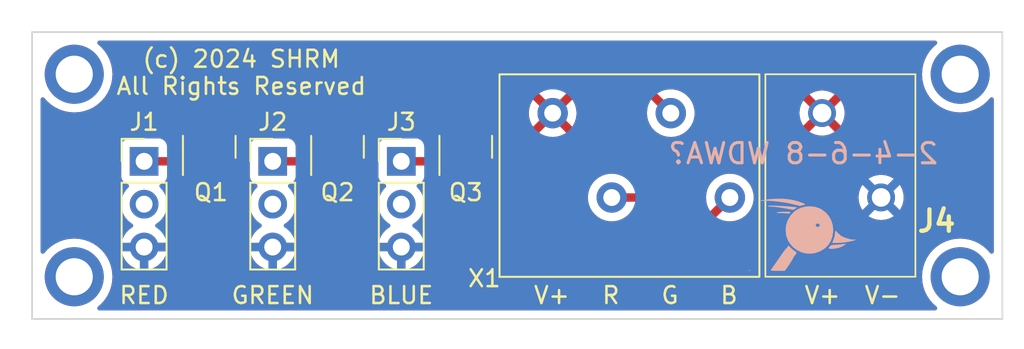
<source format=kicad_pcb>
(kicad_pcb (version 20211014) (generator pcbnew)
  (layers (0 "F.Cu" signal) (31 "B.Cu" signal) (34 "B.Paste" user) (35 "F.Paste" user) (36 "B.SilkS" user "B.Silkscreen") (37 "F.SilkS" user "F.Silkscreen") (38 "B.Mask" user) (39 "F.Mask" user) (44 "Edge.Cuts" user))
  (net 0 "")
  (net 1 "/RED")
  (net 2 "GND")
  (net 3 "/GREEN")
  (net 4 "/BLUE")
  (net 5 "+BATT")
  (net 6 "/RED_LED_A")
  (net 7 "/GREEN_LED_A")
  (net 8 "/BLUE_LED_A")
  (footprint "Appreciate:WAGO 250-204" (layer "F.Cu") (at 126.65 80.505)
    (fp_text reference "X1" (at -2.35 0.095 unlocked) (layer "F.SilkS"))
    (fp_text value "WAGO_250-204" hide)
    (fp_rect (start -1.45 0) (end 13.95 -12) (layer "F.SilkS") (width 0.12) (fill none))
    (pad "1" thru_hole circle (at 1.7 -9.7) (size 1.8 1.8) (drill 1) (layers *.Cu *.Mask) (net 5 "+BATT"))
    (pad "2" thru_hole circle (at 5.2 -4.7) (size 1.8 1.8) (drill 1) (layers *.Cu *.Mask) (net 6 "/RED_LED_A"))
    (pad "3" thru_hole circle (at 8.7 -9.7) (size 1.8 1.8) (drill 1) (layers *.Cu *.Mask) (net 7 "/GREEN_LED_A"))
    (pad "4" thru_hole circle (at 12.2 -4.7) (size 1.8 1.8) (drill 1) (layers *.Cu *.Mask) (net 8 "/BLUE_LED_A"))
  )
  (footprint "MountingHole:MountingHole_2.2mm_M2_ISO7380_Pad" (layer "F.Cu") (at 152.5 80.5)
    (fp_text reference "H3" hide)
    (fp_text value "MountingHole_Pad" hide)
    (pad "1" thru_hole circle (at 0 0) (size 3.5 3.5) (drill 2.2) (layers *.Cu *.Mask))
  )
  (footprint "Connector_PinHeader_2.54mm:PinHeader_1x03_P2.54mm_Vertical" (layer "F.Cu") (at 104.14 73.66)
    (fp_text reference "J1" (at 0 -2.33) (layer "F.SilkS"))
    (fp_text value "Conn_01x03" hide)
    (fp_line (start -1.33 1.27) (end 1.33 1.27) (layer "F.SilkS") (width 0.12))
    (fp_line (start -1.33 -1.33) (end 0 -1.33) (layer "F.SilkS") (width 0.12))
    (fp_line (start -1.33 6.41) (end 1.33 6.41) (layer "F.SilkS") (width 0.12))
    (fp_line (start -1.33 1.27) (end -1.33 6.41) (layer "F.SilkS") (width 0.12))
    (fp_line (start 1.33 1.27) (end 1.33 6.41) (layer "F.SilkS") (width 0.12))
    (fp_line (start -1.33 0) (end -1.33 -1.33) (layer "F.SilkS") (width 0.12))
    (pad "1" thru_hole rect (at 0 0) (size 1.7 1.7) (drill 1) (layers *.Cu *.Mask) (net 1 "/RED"))
    (pad "2" thru_hole oval (at 0 2.54) (size 1.7 1.7) (drill 1) (layers *.Cu *.Mask))
    (pad "3" thru_hole oval (at 0 5.08) (size 1.7 1.7) (drill 1) (layers *.Cu *.Mask) (net 2 "GND"))
  )
  (footprint "Connector_PinHeader_2.54mm:PinHeader_1x03_P2.54mm_Vertical" (layer "F.Cu") (at 111.76 73.66)
    (fp_text reference "J2" (at 0 -2.33) (layer "F.SilkS"))
    (fp_text value "Conn_01x03" hide)
    (fp_line (start 1.33 1.27) (end 1.33 6.41) (layer "F.SilkS") (width 0.12))
    (fp_line (start -1.33 0) (end -1.33 -1.33) (layer "F.SilkS") (width 0.12))
    (fp_line (start -1.33 6.41) (end 1.33 6.41) (layer "F.SilkS") (width 0.12))
    (fp_line (start -1.33 1.27) (end 1.33 1.27) (layer "F.SilkS") (width 0.12))
    (fp_line (start -1.33 1.27) (end -1.33 6.41) (layer "F.SilkS") (width 0.12))
    (fp_line (start -1.33 -1.33) (end 0 -1.33) (layer "F.SilkS") (width 0.12))
    (pad "1" thru_hole rect (at 0 0) (size 1.7 1.7) (drill 1) (layers *.Cu *.Mask) (net 3 "/GREEN"))
    (pad "2" thru_hole oval (at 0 2.54) (size 1.7 1.7) (drill 1) (layers *.Cu *.Mask))
    (pad "3" thru_hole oval (at 0 5.08) (size 1.7 1.7) (drill 1) (layers *.Cu *.Mask) (net 2 "GND"))
  )
  (footprint "Connector_PinHeader_2.54mm:PinHeader_1x03_P2.54mm_Vertical" (layer "F.Cu") (at 119.38 73.66)
    (fp_text reference "J3" (at 0 -2.33) (layer "F.SilkS"))
    (fp_text value "Conn_01x03" hide)
    (fp_line (start -1.33 -1.33) (end 0 -1.33) (layer "F.SilkS") (width 0.12))
    (fp_line (start -1.33 0) (end -1.33 -1.33) (layer "F.SilkS") (width 0.12))
    (fp_line (start 1.33 1.27) (end 1.33 6.41) (layer "F.SilkS") (width 0.12))
    (fp_line (start -1.33 6.41) (end 1.33 6.41) (layer "F.SilkS") (width 0.12))
    (fp_line (start -1.33 1.27) (end -1.33 6.41) (layer "F.SilkS") (width 0.12))
    (fp_line (start -1.33 1.27) (end 1.33 1.27) (layer "F.SilkS") (width 0.12))
    (pad "1" thru_hole rect (at 0 0) (size 1.7 1.7) (drill 1) (layers *.Cu *.Mask) (net 4 "/BLUE"))
    (pad "2" thru_hole oval (at 0 2.54) (size 1.7 1.7) (drill 1) (layers *.Cu *.Mask))
    (pad "3" thru_hole oval (at 0 5.08) (size 1.7 1.7) (drill 1) (layers *.Cu *.Mask) (net 2 "GND"))
  )
  (footprint "Appreciate:250202" (layer "F.Cu") (at 147.813 75.8 180)
    (fp_text reference "J4" (at -3.287 -1.4) (layer "F.SilkS") (effects (font (size 1.27 1.27) (thickness 0.254))))
    (fp_text value "250-202" hide)
    (fp_line (start 6.858 7.3) (end 6.858 -4.7) (layer "F.SilkS") (width 0.1))
    (fp_line (start -2.032 7.3) (end 6.858 7.3) (layer "F.SilkS") (width 0.1))
    (fp_line (start -2.032 -4.7) (end -2.032 7.3) (layer "F.SilkS") (width 0.1))
    (fp_line (start 6.858 -4.7) (end -2.032 -4.7) (layer "F.SilkS") (width 0.1))
    (pad "1" thru_hole circle (at 3.5 5 180) (size 1.65 1.65) (drill 1.1) (layers *.Cu *.Mask) (net 5 "+BATT"))
    (pad "2" thru_hole circle (at 0 0 180) (size 1.65 1.65) (drill 1.1) (layers *.Cu *.Mask) (net 2 "GND"))
  )
  (footprint "MountingHole:MountingHole_2.2mm_M2_ISO7380_Pad" (layer "F.Cu") (at 152.5 68.5)
    (fp_text reference "H4" hide)
    (fp_text value "MountingHole_Pad" hide)
    (pad "1" thru_hole circle (at 0 0) (size 3.5 3.5) (drill 2.2) (layers *.Cu *.Mask))
  )
  (footprint "Package_TO_SOT_SMD:SOT-23" (layer "F.Cu") (at 123.2 72.8 90)
    (fp_text reference "Q3" (at -2.7 0 180) (layer "F.SilkS"))
    (fp_text value "2N7002E" hide)
    (fp_line (start 0 1.56) (end -0.65 1.56) (layer "F.SilkS") (width 0.12))
    (fp_line (start 0 -1.56) (end 0.65 -1.56) (layer "F.SilkS") (width 0.12))
    (fp_line (start 0 1.56) (end 0.65 1.56) (layer "F.SilkS") (width 0.12))
    (fp_line (start 0 -1.56) (end -1.675 -1.56) (layer "F.SilkS") (width 0.12))
    (pad "1" smd roundrect (at -0.9375 -0.95 90) (size 1.475 0.6) (layers "F.Cu" "F.Paste" "F.Mask") (net 4 "/BLUE"))
    (pad "2" smd roundrect (at -0.9375 0.95 90) (size 1.475 0.6) (layers "F.Cu" "F.Paste" "F.Mask") (net 2 "GND"))
    (pad "3" smd roundrect (at 0.9375 0 90) (size 1.475 0.6) (layers "F.Cu" "F.Paste" "F.Mask") (net 8 "/BLUE_LED_A"))
  )
  (footprint "MountingHole:MountingHole_2.2mm_M2_ISO7380_Pad" (layer "F.Cu") (at 100 68.5)
    (fp_text reference "H1" hide)
    (fp_text value "MountingHole_Pad" hide)
    (pad "1" thru_hole circle (at 0 0) (size 3.5 3.5) (drill 2.2) (layers *.Cu *.Mask))
  )
  (footprint "Package_TO_SOT_SMD:SOT-23" (layer "F.Cu") (at 115.6 72.8 90)
    (fp_text reference "Q2" (at -2.7 0 180) (layer "F.SilkS"))
    (fp_text value "2N7002E" hide)
    (fp_line (start 0 -1.56) (end -1.675 -1.56) (layer "F.SilkS") (width 0.12))
    (fp_line (start 0 1.56) (end -0.65 1.56) (layer "F.SilkS") (width 0.12))
    (fp_line (start 0 -1.56) (end 0.65 -1.56) (layer "F.SilkS") (width 0.12))
    (fp_line (start 0 1.56) (end 0.65 1.56) (layer "F.SilkS") (width 0.12))
    (pad "1" smd roundrect (at -0.9375 -0.95 90) (size 1.475 0.6) (layers "F.Cu" "F.Paste" "F.Mask") (net 3 "/GREEN"))
    (pad "2" smd roundrect (at -0.9375 0.95 90) (size 1.475 0.6) (layers "F.Cu" "F.Paste" "F.Mask") (net 2 "GND"))
    (pad "3" smd roundrect (at 0.9375 0 90) (size 1.475 0.6) (layers "F.Cu" "F.Paste" "F.Mask") (net 7 "/GREEN_LED_A"))
  )
  (footprint "MountingHole:MountingHole_2.2mm_M2_ISO7380_Pad" (layer "F.Cu") (at 100 80.5)
    (fp_text reference "H2" hide)
    (fp_text value "MountingHole_Pad" hide)
    (pad "1" thru_hole circle (at 0 0) (size 3.5 3.5) (drill 2.2) (layers *.Cu *.Mask))
  )
  (footprint "Package_TO_SOT_SMD:SOT-23" (layer "F.Cu") (at 108 72.8 90)
    (fp_text reference "Q1" (at -2.7 0.1 180) (layer "F.SilkS"))
    (fp_text value "2N7002E" hide)
    (fp_line (start 0 1.56) (end -0.65 1.56) (layer "F.SilkS") (width 0.12))
    (fp_line (start 0 -1.56) (end -1.675 -1.56) (layer "F.SilkS") (width 0.12))
    (fp_line (start 0 1.56) (end 0.65 1.56) (layer "F.SilkS") (width 0.12))
    (fp_line (start 0 -1.56) (end 0.65 -1.56) (layer "F.SilkS") (width 0.12))
    (pad "1" smd roundrect (at -0.9375 -0.95 90) (size 1.475 0.6) (layers "F.Cu" "F.Paste" "F.Mask") (net 1 "/RED"))
    (pad "2" smd roundrect (at -0.9375 0.95 90) (size 1.475 0.6) (layers "F.Cu" "F.Paste" "F.Mask") (net 2 "GND"))
    (pad "3" smd roundrect (at 0.9375 0 90) (size 1.475 0.6) (layers "F.Cu" "F.Paste" "F.Mask") (net 6 "/RED_LED_A"))
  )
  (footprint "LOGO" (layer "B.Cu") (at 143.2 77.9 180)
    (fp_text reference "G***" hide)
    (fp_text value "LOGO" hide)
    (fp_poly (pts (xy 1.913529 1.612956) (xy 2.027994 1.608028) (xy 2.095237 1.598176) (xy 2.10874 1.585518) (xy 2.068515 1.567943) (xy 1.985846 1.556428) (xy 1.915173 1.553808) (xy 1.783659 1.547239) (xy 1.603859 1.528767) (xy 1.389396 1.500244) (xy 1.153894 1.463519) (xy 0.910978 1.420444) (xy 0.855456 1.409827) (xy 0.721232 1.384099) (xy 0.633459 1.370926) (xy 0.576174 1.371583) (xy 0.533419 1.387349) (xy 0.489233 1.419501) (xy 0.462668 1.44126) (xy 0.370405 1.516694) (xy 0.510234 1.533172) (xy 0.715192 1.554849) (xy 0.932945 1.573567) (xy 1.154917 1.589047) (xy 1.372535 1.601006) (xy 1.577225 1.609165) (xy 1.760414 1.613242)) (layer "B.SilkS") (width 0) (fill solid))
    (fp_poly (pts (xy -2.457553 -0.652201) (xy -2.387091 -0.663295) (xy -2.270955 -0.675428) (xy -2.126832 -0.68694) (xy -2.009205 -0.694266) (xy -1.853049 -0.703776) (xy -1.746381 -0.71433) (xy -1.675307 -0.729251) (xy -1.625933 -0.75186) (xy -1.584368 -0.785478) (xy -1.570379 -0.799171) (xy -1.520224 -0.86201) (xy -1.502998 -0.910599) (xy -1.505305 -0.918085) (xy -1.54761 -0.936206) (xy -1.634964 -0.945402) (xy -1.74955 -0.945105) (xy -1.87355 -0.93475) (xy -1.902621 -0.930722) (xy -2.078791 -0.892148) (xy -2.246978 -0.834097) (xy -2.385556 -0.764848) (xy -2.442371 -0.724087) (xy -2.552684 -0.629352)) (layer "B.SilkS") (width 0) (fill solid))
    (fp_poly (pts (xy 1.173233 1.252933) (xy 1.31073 1.247596) (xy 1.431621 1.238651) (xy 1.519947 1.226466) (xy 1.558521 1.212921) (xy 1.569023 1.190641) (xy 1.538199 1.178305) (xy 1.456856 1.173453) (xy 1.409526 1.173058) (xy 1.269146 1.169573) (xy 1.109184 1.160852) (xy 1.011253 1.153033) (xy 0.880632 1.145606) (xy 0.804317 1.15397) (xy 0.778178 1.171223) (xy 0.76954 1.218598) (xy 0.776355 1.230886) (xy 0.820691 1.243641) (xy 0.912254 1.251322) (xy 1.035088 1.254298)) (layer "B.SilkS") (width 0) (fill solid))
    (fp_poly (pts (xy -0.174329 1.565625) (xy 0.092865 1.505977) (xy 0.338788 1.400343) (xy 0.550834 1.250438) (xy 0.560158 1.241962) (xy 0.769832 1.009562) (xy 0.92166 0.753375) (xy 1.014415 0.477375) (xy 1.046871 0.185536) (xy 1.017802 -0.118168) (xy 1.002047 -0.190262) (xy 0.908848 -0.447122) (xy 0.764851 -0.676312) (xy 0.578424 -0.872996) (xy 0.357936 -1.032337) (xy 0.111758 -1.149496) (xy -0.151741 -1.219637) (xy -0.424193 -1.237923) (xy -0.697227 -1.199516) (xy -0.729338 -1.19095) (xy -1.024576 -1.07954) (xy -1.273816 -0.925399) (xy -1.475151 -0.73102) (xy -1.626672 -0.498897) (xy -1.726471 -0.231521) (xy -1.772638 0.068613) (xy -1.77578 0.176069) (xy -1.745777 0.469817) (xy -1.742358 0.480644) (xy -0.972056 0.480644) (xy -0.965159 0.416207) (xy -0.953516 0.399037) (xy -0.893254 0.356969) (xy -0.856179 0.348814) (xy -0.790577 0.371688) (xy -0.758842 0.399037) (xy -0.737006 0.463426) (xy -0.765568 0.521108) (xy -0.832697 0.553139) (xy -0.856179 0.554931) (xy -0.931786 0.533202) (xy -0.972056 0.480644) (xy -1.742358 0.480644) (xy -1.658908 0.744942) (xy -1.519881 0.993923) (xy -1.333405 1.209237) (xy -1.104187 1.383361) (xy -0.977475 1.451471) (xy -0.722106 1.54009) (xy -0.450188 1.577569)) (layer "B.SilkS") (width 0) (fill solid))
    (fp_poly (pts (xy 1.627634 2.02484) (xy 1.949354 2.004754) (xy 2.228638 1.968782) (xy 2.36816 1.944348) (xy 2.482738 1.922503) (xy 2.559029 1.905904) (xy 2.583677 1.898054) (xy 2.561392 1.893352) (xy 2.490418 1.893076) (xy 2.385332 1.897221) (xy 2.368648 1.898158) (xy 2.126491 1.901289) (xy 1.840713 1.886985) (xy 1.528084 1.857171) (xy 1.205376 1.813773) (xy 0.889361 1.758717) (xy 0.602497 1.695351) (xy 0.488544 1.667613) (xy 0.386995 1.644032) (xy 0.343833 1.634676) (xy 0.264235 1.615959) (xy 0.216991 1.601841) (xy 0.155679 1.603951) (xy 0.126842 1.617076) (xy 0.059482 1.640975) (xy -0.006056 1.648453) (xy -0.085112 1.656603) (xy -0.108825 1.678049) (xy -0.083236 1.710144) (xy -0.014384 1.750238) (xy 0.09169 1.795684) (xy 0.228945 1.843833) (xy 0.391341 1.892037) (xy 0.572838 1.937646) (xy 0.729003 1.970734) (xy 0.996295 2.007858) (xy 1.302893 2.025884)) (layer "B.SilkS") (width 0) (fill solid))
    (fp_poly (pts (xy 0.88727 -0.753121) (xy 0.908075 -0.804896) (xy 0.943384 -0.850559) (xy 1.029779 -0.944312) (xy 1.114021 -1.044918) (xy 1.204288 -1.163249) (xy 1.30876 -1.310174) (xy 1.435617 -1.496563) (xy 1.484506 -1.569663) (xy 1.58425 -1.717382) (xy 1.673212 -1.845563) (xy 1.744981 -1.945253) (xy 1.793145 -2.007493) (xy 1.809833 -2.024178) (xy 1.83729 -2.060575) (xy 1.839201 -2.075789) (xy 1.861461 -2.12897) (xy 1.886767 -2.156305) (xy 1.92663 -2.20208) (xy 1.934333 -2.223608) (xy 1.90457 -2.233803) (xy 1.823057 -2.242178) (xy 1.701453 -2.247988) (xy 1.551418 -2.250484) (xy 1.51417 -2.250512) (xy 1.094008 -2.249587) (xy 0.951311 -2.054533) (xy 0.880561 -1.956296) (xy 0.824738 -1.875959) (xy 0.794465 -1.828861) (xy 0.792759 -1.825557) (xy 0.767178 -1.780665) (xy 0.719805 -1.704357) (xy 0.689701 -1.657497) (xy 0.639685 -1.577327) (xy 0.608141 -1.520543) (xy 0.602497 -1.505589) (xy 0.585915 -1.471465) (xy 0.546065 -1.408532) (xy 0.497788 -1.338676) (xy 0.455929 -1.283778) (xy 0.441632 -1.268415) (xy 0.416051 -1.227929) (xy 0.403751 -1.19905) (xy 0.407925 -1.154888) (xy 0.458598 -1.105243) (xy 0.522017 -1.06468) (xy 0.6266 -0.989783) (xy 0.732759 -0.89313) (xy 0.773323 -0.848651) (xy 0.834204 -0.782378) (xy 0.875588 -0.749448)) (layer "B.SilkS") (width 0) (fill solid))
    (fp_poly (pts (xy -1.906157 0.098666) (xy -1.885249 0.028186) (xy -1.87277 -0.063709) (xy -1.871344 -0.101983) (xy -1.858463 -0.192614) (xy -1.828031 -0.290934) (xy -1.827487 -0.292245) (xy -1.785926 -0.399236) (xy -1.750966 -0.499438) (xy -1.717868 -0.602497) (xy -2.008434 -0.598086) (xy -2.176494 -0.591105) (xy -2.356311 -0.576657) (xy -2.513431 -0.557623) (xy -2.536829 -0.553901) (xy -2.729325 -0.518702) (xy -2.890939 -0.483219) (xy -3.013264 -0.449697) (xy -3.087896 -0.420384) (xy -3.107615 -0.401338) (xy -3.084404 -0.386211) (xy -3.062099 -0.391205) (xy -2.979933 -0.40082) (xy -2.859948 -0.387959) (xy -2.716752 -0.357283) (xy -2.564952 -0.31345) (xy -2.419157 -0.26112) (xy -2.293974 -0.204953) (xy -2.204013 -0.149606) (xy -2.165572 -0.105254) (xy -2.129058 -0.066853) (xy -2.113274 -0.06333) (xy -2.073096 -0.039155) (xy -2.021648 0.02008) (xy -2.013608 0.03171) (xy -1.966747 0.09437) (xy -1.933387 0.125873) (xy -1.930102 0.12675)) (layer "B.SilkS") (width 0) (fill solid))
    (fp_poly (pts (xy 3.234457 -2.220721) (xy 3.208758 -2.247976) (xy 3.186892 -2.251436) (xy 3.144584 -2.244651) (xy 3.139326 -2.238973) (xy 3.164122 -2.218526) (xy 3.186892 -2.208258) (xy 3.227724 -2.207599)) (layer "B.SilkS") (width 0) (fill solid))
  )
  (gr_rect (start 155 83) (end 97.5 66) (layer "Edge.Cuts") (width 0.1) (fill none))
  (gr_text "2-4-6-8 WDWA?" (at 143.2 73.2) (layer "B.SilkS") (effects (font (size 1.2 1.2) (thickness 0.18)) (justify mirror)))
  (gr_text "G" (at 135.3 81.6) (layer "F.SilkS") (effects (font (size 1 1))))
  (gr_text "GREEN" (at 111.76 81.6) (layer "F.SilkS") (effects (font (size 1 1))))
  (gr_text "R" (at 131.8 81.6) (layer "F.SilkS") (effects (font (size 1 1))))
  (gr_text "RED" (at 104.14 81.6) (layer "F.SilkS") (effects (font (size 1 1))))
  (gr_text "V-" (at 147.9 81.6) (layer "F.SilkS") (effects (font (size 1 1))))
  (gr_text "(c) 2024 SHRM\nAll Rights Reserved" (at 109.9 68.4) (layer "F.SilkS") (effects (font (size 1 1))))
  (gr_text "V+" (at 144.3392 81.6) (layer "F.SilkS") (effects (font (size 1 1))))
  (gr_text "V+" (at 128.3 81.6) (layer "F.SilkS") (effects (font (size 1 1))))
  (gr_text "B" (at 138.8 81.6) (layer "F.SilkS") (effects (font (size 1 1))))
  (gr_text "BLUE" (at 119.38 81.6) (layer "F.SilkS") (effects (font (size 1 1))))
  (segment (start 104.14 73.66) (end 106.9725 73.66) (width 0.5) (layer "F.Cu") (net 1))
  (segment (start 106.9725 73.66) (end 107.05 73.7375) (width 0.5) (layer "F.Cu") (net 1))
  (segment (start 124.15 73.7375) (end 124.15 77.35) (width 0.5) (layer "F.Cu") (net 2))
  (segment (start 115.16 78.74) (end 111.76 78.74) (width 0.5) (layer "F.Cu") (net 2))
  (segment (start 116.55 77.35) (end 115.16 78.74) (width 0.5) (layer "F.Cu") (net 2))
  (segment (start 108.95 77.45) (end 107.66 78.74) (width 0.5) (layer "F.Cu") (net 2))
  (segment (start 124.15 77.35) (end 122.76 78.74) (width 0.5) (layer "F.Cu") (net 2))
  (segment (start 122.76 78.74) (end 119.38 78.74) (width 0.5) (layer "F.Cu") (net 2))
  (segment (start 107.66 78.74) (end 104.14 78.74) (width 0.5) (layer "F.Cu") (net 2))
  (segment (start 108.95 73.7375) (end 108.95 77.45) (width 0.5) (layer "F.Cu") (net 2))
  (segment (start 116.55 73.7375) (end 116.55 77.35) (width 0.5) (layer "F.Cu") (net 2))
  (segment (start 111.76 73.66) (end 114.5725 73.66) (width 0.5) (layer "F.Cu") (net 3))
  (segment (start 114.5725 73.66) (end 114.65 73.7375) (width 0.5) (layer "F.Cu") (net 3))
  (segment (start 119.38 73.66) (end 122.1725 73.66) (width 0.5) (layer "F.Cu") (net 4))
  (segment (start 122.1725 73.66) (end 122.25 73.7375) (width 0.5) (layer "F.Cu") (net 4))
  (segment (start 138.4 69.1) (end 137 67.7) (width 0.5) (layer "F.Cu") (net 6))
  (segment (start 131.85 75.805) (end 133.995 75.805) (width 0.5) (layer "F.Cu") (net 6))
  (segment (start 133.995 75.805) (end 138.4 71.4) (width 0.5) (layer "F.Cu") (net 6))
  (segment (start 108 70.6) (end 108 71.8625) (width 0.5) (layer "F.Cu") (net 6))
  (segment (start 137 67.7) (end 110.9 67.7) (width 0.5) (layer "F.Cu") (net 6))
  (segment (start 110.9 67.7) (end 108 70.6) (width 0.5) (layer "F.Cu") (net 6))
  (segment (start 138.4 71.4) (end 138.4 69.1) (width 0.5) (layer "F.Cu") (net 6))
  (segment (start 133.245 68.7) (end 117.3 68.7) (width 0.5) (layer "F.Cu") (net 7))
  (segment (start 115.6 70.4) (end 115.6 71.8625) (width 0.5) (layer "F.Cu") (net 7))
  (segment (start 135.35 70.805) (end 133.245 68.7) (width 0.5) (layer "F.Cu") (net 7))
  (segment (start 117.3 68.7) (end 115.6 70.4) (width 0.5) (layer "F.Cu") (net 7))
  (segment (start 130.2 79.7) (end 126.3 75.8) (width 0.5) (layer "F.Cu") (net 8))
  (segment (start 123.2625 71.8) (end 123.2 71.8625) (width 0.5) (layer "F.Cu") (net 8))
  (segment (start 126.3 75.8) (end 126.3 72.8) (width 0.5) (layer "F.Cu") (net 8))
  (segment (start 134.955 79.7) (end 130.2 79.7) (width 0.5) (layer "F.Cu") (net 8))
  (segment (start 138.85 75.805) (end 134.955 79.7) (width 0.5) (layer "F.Cu") (net 8))
  (segment (start 125.3 71.8) (end 123.2625 71.8) (width 0.5) (layer "F.Cu") (net 8))
  (segment (start 126.3 72.8) (end 125.3 71.8) (width 0.5) (layer "F.Cu") (net 8))
  (zone (net 5) (net_name "+BATT") (layer "F.Cu") (connect_pads (clearance 0.508)) (min_thickness 0.254) (fill yes (thermal_gap 0.508) (thermal_bridge_width 0.508))
    (polygon (pts (xy 156.3 84.8) (xy 95.6 84.8) (xy 95.6 64.1) (xy 156.3 64.1)))
  )
  (zone (net 2) (net_name "GND") (layer "B.Cu") (connect_pads (clearance 0.508)) (min_thickness 0.254) (fill yes (thermal_gap 0.508) (thermal_bridge_width 0.508))
    (polygon (pts (xy 156.3 84.8) (xy 95.6 84.8) (xy 95.6 64.1) (xy 156.3 64.1)))
  )
)
</source>
